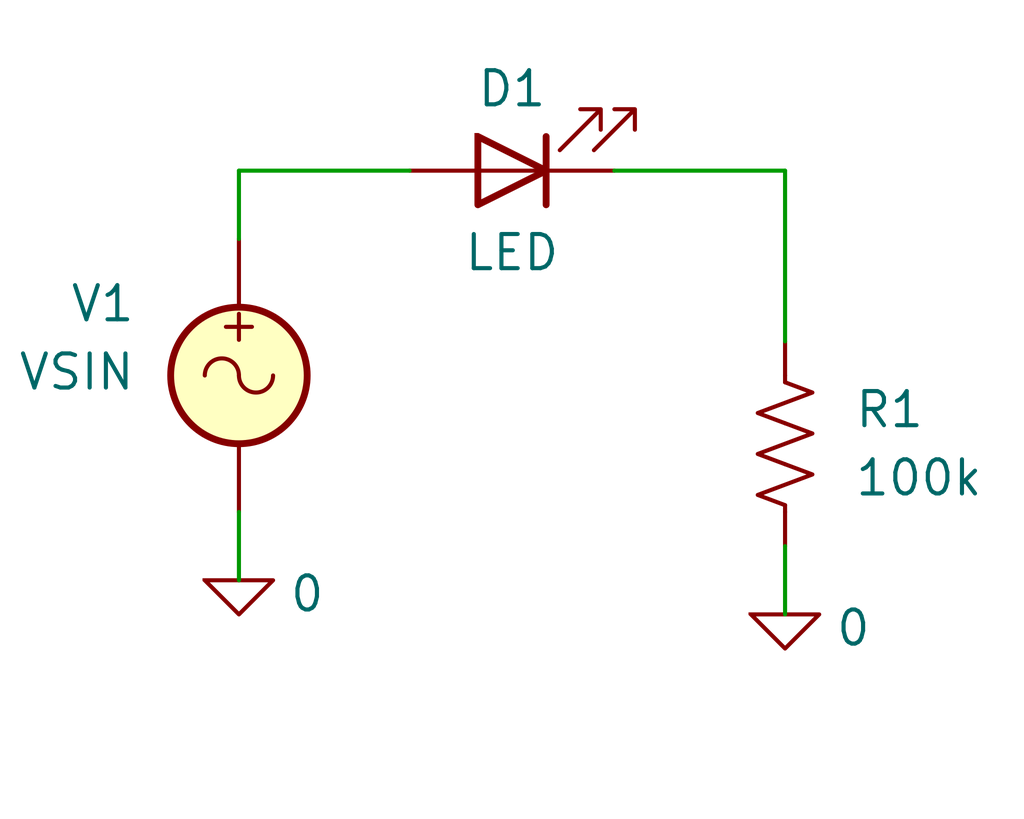
<source format=kicad_sch>
(kicad_sch (version 20231120) (generator "eeschema") (generator_version "8.0")
  (paper "User" 38.1 30.48)
  (lib_symbols
    (symbol "Device:LED" (pin_numbers hide) (pin_names (offset 1.016) hide)
      (property "Reference" "D" (at 0 2.54 0))
      (property "Value" "LED" (at 0 -2.54 0))
      (symbol "LED_0_1"
        (polyline (pts (xy -1.27 -1.27) (xy -1.27 1.27)) (stroke (width 0.254)))
        (polyline (pts (xy -1.27 0) (xy 1.27 0)))
        (polyline (pts (xy 1.27 -1.27) (xy 1.27 1.27) (xy -1.27 0) (xy 1.27 -1.27)) (stroke (width 0.254)))
        (polyline (pts (xy -3.048 -0.762) (xy -4.572 -2.286) (xy -3.81 -2.286) (xy -4.572 -2.286) (xy -4.572 -1.524)))
        (polyline (pts (xy -1.778 -0.762) (xy -3.302 -2.286) (xy -2.54 -2.286) (xy -3.302 -2.286) (xy -3.302 -1.524)))
      )
      (symbol "LED_1_1"
        (pin passive line (at -3.81 0 0) (length 2.54) (name "K") (number "1"))
        (pin passive line (at 3.81 0 180) (length 2.54) (name "A") (number "2"))
      )
    )
    (symbol "Device:R_US" (pin_numbers hide) (pin_names (offset 0))
      (property "Reference" "R" (at 2.54 0 90))
      (property "Value" "R_US" (at -2.54 0 90))
      (symbol "R_US_0_1"
        (polyline (pts (xy 0 -2.286) (xy 0 -2.54)))
        (polyline (pts (xy 0 2.286) (xy 0 2.54)))
        (polyline (pts (xy 0 -0.762) (xy 1.016 -1.143) (xy 0 -1.524) (xy -1.016 -1.905) (xy 0 -2.286)))
        (polyline (pts (xy 0 0.762) (xy 1.016 0.381) (xy 0 0) (xy -1.016 -0.381) (xy 0 -0.762)))
        (polyline (pts (xy 0 2.286) (xy 1.016 1.905) (xy 0 1.524) (xy -1.016 1.143) (xy 0 0.762)))
      )
      (symbol "R_US_1_1"
        (pin passive line (at 0 3.81 270) (length 1.27) (name "~") (number "1"))
        (pin passive line (at 0 -3.81 90) (length 1.27) (name "~") (number "2"))
      )
    )
    (symbol "Simulation_SPICE:0" (power) (pin_numbers hide) (pin_names (offset 0) hide)
      (property "Value" "0" (at 0 -2.54 0))
      (symbol "0_0_1"
        (polyline (pts (xy -1.27 0) (xy 0 -1.27) (xy 1.27 0) (xy -1.27 0)))
      )
      (symbol "0_1_1"
        (pin power_in line (at 0 0 0) (length 0) (name "~") (number "1"))
      )
    )
    (symbol "Simulation_SPICE:VSIN" (pin_numbers hide) (pin_names (offset 0.0254))
      (property "Reference" "V" (at 2.54 2.54 0))
      (property "Value" "VSIN" (at 2.54 0 0))
      (property "Sim.Params" "dc=0 ampl=1 f=1k ac=1" (at 2.54 -2.54 0))
      (symbol "VSIN_0_0"
        (arc (start 0 0) (mid -0.635 0.6323) (end -1.27 0))
        (arc (start 0 0) (mid 0.635 -0.6323) (end 1.27 0))
        (text "+" (at 0 1.905 0) (effects (font (size 1.27 1.27))))
      )
      (symbol "VSIN_0_1"
        (circle (center 0 0) (radius 2.54) (stroke (width 0.254)) (fill (type background)))
      )
      (symbol "VSIN_1_1"
        (pin passive line (at 0 5.08 270) (length 2.54) (name "~") (number "1"))
        (pin passive line (at 0 -5.08 90) (length 2.54) (name "~") (number "2"))
      )
    )
  )
  (wire (pts (xy 8.89 19.05) (xy 8.89 21.59)))
  (wire (pts (xy 8.89 6.35) (xy 15.24 6.35)))
  (wire (pts (xy 29.21 6.35) (xy 29.21 12.7)))
  (wire (pts (xy 8.89 6.35) (xy 8.89 8.89)))
  (wire (pts (xy 29.21 20.32) (xy 29.21 22.86)))
  (wire (pts (xy 22.86 6.35) (xy 29.21 6.35)))
  (symbol (lib_id "Simulation_SPICE:0") (at 8.89 21.59 0) (unit 1)
    (property "Reference" "#GND02" (effects (hide yes)))
    (property "Value" "0" (at 11.43 22.098 0))
    (property "Datasheet" "https://ngspice.sourceforge.io/docs/ngspice-html-manual/manual.xhtml#subsec_Circuit_elements__device" (effects (hide yes)))
    (property "Description" "0V reference potential for simulation" (effects (hide yes)))
  )
  (symbol (lib_id "Simulation_SPICE:0") (at 29.21 22.86 0) (unit 1)
    (property "Reference" "#GND01" (effects (hide yes)))
    (property "Value" "0" (at 31.75 23.368 0))
    (property "Datasheet" "https://ngspice.sourceforge.io/docs/ngspice-html-manual/manual.xhtml#subsec_Circuit_elements__device" (effects (hide yes)))
    (property "Description" "0V reference potential for simulation" (effects (hide yes)))
  )
  (symbol (lib_id "Simulation_SPICE:VSIN") (at 8.89 13.97 0) (unit 1)
    (property "Reference" "V1" (at 5.08 11.3001 0) (effects (justify right)))
    (property "Value" "VSIN" (at 5.08 13.8401 0) (effects (justify right)))
    (property "Datasheet" "https://ngspice.sourceforge.io/docs/ngspice-html-manual/manual.xhtml#sec_Independent_Sources_for" (effects (hide yes)))
    (property "Description" "Voltage source, sinusoidal" (effects (hide yes)))
    (property "Sim.Pins" "1=+ 2=-" (effects (hide yes)))
    (property "Sim.Params" "dc=1 ampl=1 f=1k ac=1" (effects (hide yes)))
    (property "Sim.Type" "SIN" (effects (hide yes)))
    (property "Sim.Device" "V" (effects (hide yes)))
  )
  (symbol (lib_id "Device:LED") (at 19.05 6.35 180) (unit 1)
    (property "Reference" "D1" (at 19.05 3.302 0))
    (property "Value" "LED" (at 19.05 9.398 0))
    (property "Description" "Light emitting diode" (effects (hide yes)))
  )
  (symbol (lib_id "Device:R_US") (at 29.21 16.51 0) (unit 1)
    (property "Reference" "R1" (at 31.75 15.2399 0) (effects (justify left)))
    (property "Value" "100k" (at 31.75 17.7799 0) (effects (justify left)))
    (property "Description" "Resistor, US symbol" (effects (hide yes)))
  )
)
</source>
